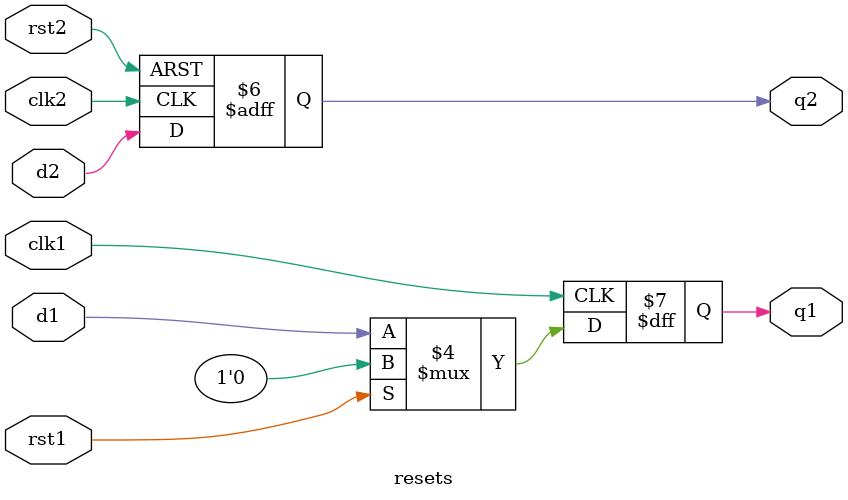
<source format=sv>
module resets(d1,d2,q1,q2,clk1,clk2,rst1,rst2);
  input d1,d2,clk1,clk2,rst1,rst2;
  output reg q1,q2;
  
  //Synchronous reset
  always@(posedge clk1)
    begin
      if (rst1)
        begin
          q1<=0;
        end
      else begin
        q1<=d1;
      end
    end
  
  //Asynchronous reset
  always@(posedge clk2 or posedge rst2)
    begin
      if (rst2)
        begin
          q2<=0;
        end
      else begin
        q2<=d2;
      end
    end
endmodule

</source>
